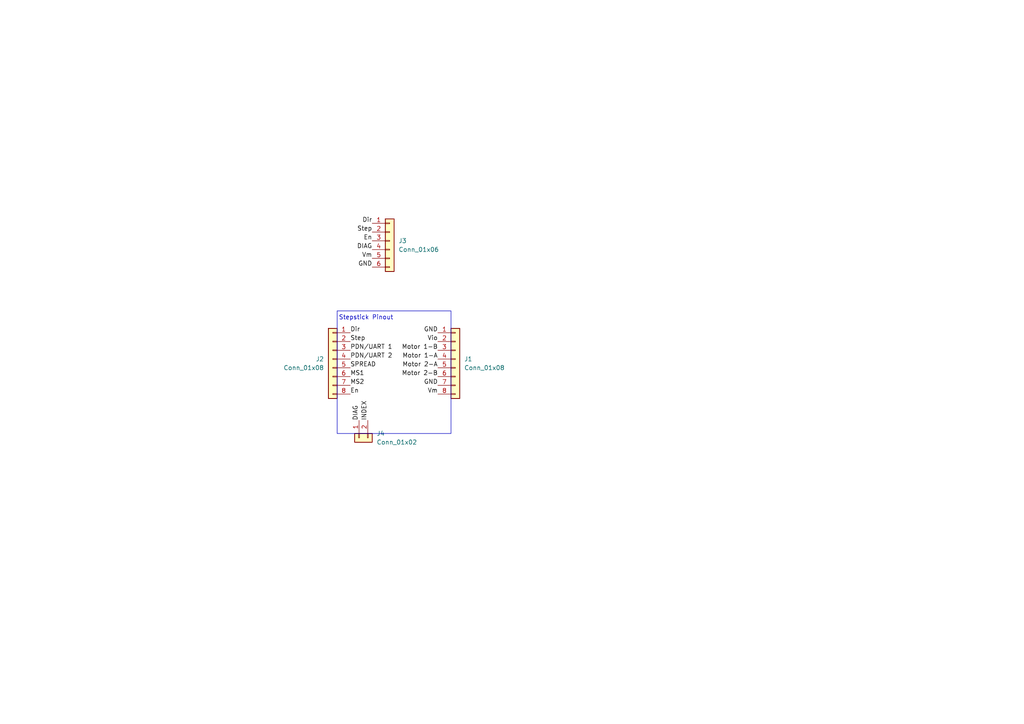
<source format=kicad_sch>
(kicad_sch (version 20231120) (generator "eeschema") (generator_version "8.0")
  (paper "A4")
  (lib_symbols
    (symbol "Connector_Generic:Conn_01x02" (pin_names (offset 1.016) hide)
      (property "Reference" "J" (at 0 2.54 0))
      (property "Value" "Conn_01x02" (at 0 -5.08 0))
      (symbol "Conn_01x02_1_1"
        (rectangle (start -1.27 -2.413) (end 0 -2.667) (stroke (width 0.1524)))
        (rectangle (start -1.27 0.127) (end 0 -0.127) (stroke (width 0.1524)))
        (rectangle (start -1.27 1.27) (end 1.27 -3.81) (stroke (width 0.254)) (fill (type background)))
        (pin passive line (at -5.08 0 0) (length 3.81) (name "Pin_1") (number "1"))
        (pin passive line (at -5.08 -2.54 0) (length 3.81) (name "Pin_2") (number "2"))
      )
    )
    (symbol "Connector_Generic:Conn_01x06" (pin_names (offset 1.016) hide)
      (property "Reference" "J" (at 0 7.62 0))
      (property "Value" "Conn_01x06" (at 0 -10.16 0))
      (symbol "Conn_01x06_1_1"
        (rectangle (start -1.27 -7.493) (end 0 -7.747) (stroke (width 0.1524)))
        (rectangle (start -1.27 -4.953) (end 0 -5.207) (stroke (width 0.1524)))
        (rectangle (start -1.27 -2.413) (end 0 -2.667) (stroke (width 0.1524)))
        (rectangle (start -1.27 0.127) (end 0 -0.127) (stroke (width 0.1524)))
        (rectangle (start -1.27 2.667) (end 0 2.413) (stroke (width 0.1524)))
        (rectangle (start -1.27 5.207) (end 0 4.953) (stroke (width 0.1524)))
        (rectangle (start -1.27 6.35) (end 1.27 -8.89) (stroke (width 0.254)) (fill (type background)))
        (pin passive line (at -5.08 5.08 0) (length 3.81) (name "Pin_1") (number "1"))
        (pin passive line (at -5.08 2.54 0) (length 3.81) (name "Pin_2") (number "2"))
        (pin passive line (at -5.08 0 0) (length 3.81) (name "Pin_3") (number "3"))
        (pin passive line (at -5.08 -2.54 0) (length 3.81) (name "Pin_4") (number "4"))
        (pin passive line (at -5.08 -5.08 0) (length 3.81) (name "Pin_5") (number "5"))
        (pin passive line (at -5.08 -7.62 0) (length 3.81) (name "Pin_6") (number "6"))
      )
    )
    (symbol "Connector_Generic:Conn_01x08" (pin_names (offset 1.016) hide)
      (property "Reference" "J" (at 0 10.16 0))
      (property "Value" "Conn_01x08" (at 0 -12.7 0))
      (symbol "Conn_01x08_1_1"
        (rectangle (start -1.27 -10.033) (end 0 -10.287) (stroke (width 0.1524)))
        (rectangle (start -1.27 -7.493) (end 0 -7.747) (stroke (width 0.1524)))
        (rectangle (start -1.27 -4.953) (end 0 -5.207) (stroke (width 0.1524)))
        (rectangle (start -1.27 -2.413) (end 0 -2.667) (stroke (width 0.1524)))
        (rectangle (start -1.27 0.127) (end 0 -0.127) (stroke (width 0.1524)))
        (rectangle (start -1.27 2.667) (end 0 2.413) (stroke (width 0.1524)))
        (rectangle (start -1.27 5.207) (end 0 4.953) (stroke (width 0.1524)))
        (rectangle (start -1.27 7.747) (end 0 7.493) (stroke (width 0.1524)))
        (rectangle (start -1.27 8.89) (end 1.27 -11.43) (stroke (width 0.254)) (fill (type background)))
        (pin passive line (at -5.08 7.62 0) (length 3.81) (name "Pin_1") (number "1"))
        (pin passive line (at -5.08 5.08 0) (length 3.81) (name "Pin_2") (number "2"))
        (pin passive line (at -5.08 2.54 0) (length 3.81) (name "Pin_3") (number "3"))
        (pin passive line (at -5.08 0 0) (length 3.81) (name "Pin_4") (number "4"))
        (pin passive line (at -5.08 -2.54 0) (length 3.81) (name "Pin_5") (number "5"))
        (pin passive line (at -5.08 -5.08 0) (length 3.81) (name "Pin_6") (number "6"))
        (pin passive line (at -5.08 -7.62 0) (length 3.81) (name "Pin_7") (number "7"))
        (pin passive line (at -5.08 -10.16 0) (length 3.81) (name "Pin_8") (number "8"))
      )
    )
  )
  (rectangle (start 97.79 90.17) (end 130.81 125.73))
  (text "Stepstick Pinout" (at 106.172 92.202 0) (effects (font (size 1.27 1.27))))
  (label "INDEX" (at 106.68 121.92 90))
  (label "Vm" (at 127 114.3 180))
  (label "En" (at 101.6 114.3 0))
  (label "GND" (at 127 96.52 180))
  (label "GND" (at 107.95 77.47 180))
  (label "Step" (at 107.95 67.31 180))
  (label "GND" (at 127 111.76 180))
  (label "MS2" (at 101.6 111.76 0))
  (label "Motor 2-A" (at 127 106.68 180))
  (label "MS1" (at 101.6 109.22 0))
  (label "En" (at 107.95 69.85 180))
  (label "DIAG" (at 104.14 121.92 90))
  (label "DIAG" (at 107.95 72.39 180))
  (label "SPREAD" (at 101.6 106.68 0))
  (label "Motor 1-B" (at 127 101.6 180))
  (label "Dir" (at 107.95 64.77 180))
  (label "PDN{slash}UART 2" (at 101.6 104.14 0))
  (label "Vm" (at 107.95 74.93 180))
  (label "Vio" (at 127 99.06 180))
  (label "Step" (at 101.6 99.06 0))
  (label "Motor 1-A" (at 127 104.14 180))
  (label "PDN{slash}UART 1" (at 101.6 101.6 0))
  (label "Dir" (at 101.6 96.52 0))
  (label "Motor 2-B" (at 127 109.22 180))
  (symbol (lib_id "Connector_Generic:Conn_01x08") (at 96.52 104.14 0) (mirror y) (unit 1)
    (property "Reference" "J2" (at 93.98 104.1399 0) (effects (justify left)))
    (property "Value" "Conn_01x08" (at 93.98 106.6799 0) (effects (justify left)))
    (property "Footprint" "Connector_PinHeader_2.54mm:PinHeader_1x08_P2.54mm_Vertical" (effects (hide yes)))
    (property "Description" "Generic connector, single row, 01x08, script generated (kicad-library-utils/schlib/autogen/connector/)" (effects (hide yes)))
  )
  (symbol (lib_id "Connector_Generic:Conn_01x08") (at 132.08 104.14 0) (unit 1)
    (property "Reference" "J1" (at 134.62 104.1399 0) (effects (justify left)))
    (property "Value" "Conn_01x08" (at 134.62 106.6799 0) (effects (justify left)))
    (property "Footprint" "Connector_PinHeader_2.54mm:PinHeader_1x08_P2.54mm_Vertical" (effects (hide yes)))
    (property "Description" "Generic connector, single row, 01x08, script generated (kicad-library-utils/schlib/autogen/connector/)" (effects (hide yes)))
  )
  (symbol (lib_id "Connector_Generic:Conn_01x06") (at 113.03 69.85 0) (unit 1)
    (property "Reference" "J3" (at 115.57 69.8499 0) (effects (justify left)))
    (property "Value" "Conn_01x06" (at 115.57 72.3899 0) (effects (justify left)))
    (property "Footprint" "Connector_JST:JST_XH_B6B-XH-A_1x06_P2.50mm_Vertical" (effects (hide yes)))
    (property "Description" "Generic connector, single row, 01x06, script generated (kicad-library-utils/schlib/autogen/connector/)" (effects (hide yes)))
  )
  (symbol (lib_id "Connector_Generic:Conn_01x02") (at 104.14 127 90) (mirror x) (unit 1)
    (property "Reference" "J4" (at 109.22 125.7299 90) (effects (justify right)))
    (property "Value" "Conn_01x02" (at 109.22 128.2699 90) (effects (justify right)))
    (property "Footprint" "Connector_PinHeader_2.54mm:PinHeader_1x02_P2.54mm_Vertical" (effects (hide yes)))
    (property "Description" "Generic connector, single row, 01x02, script generated (kicad-library-utils/schlib/autogen/connector/)" (effects (hide yes)))
  )
)
</source>
